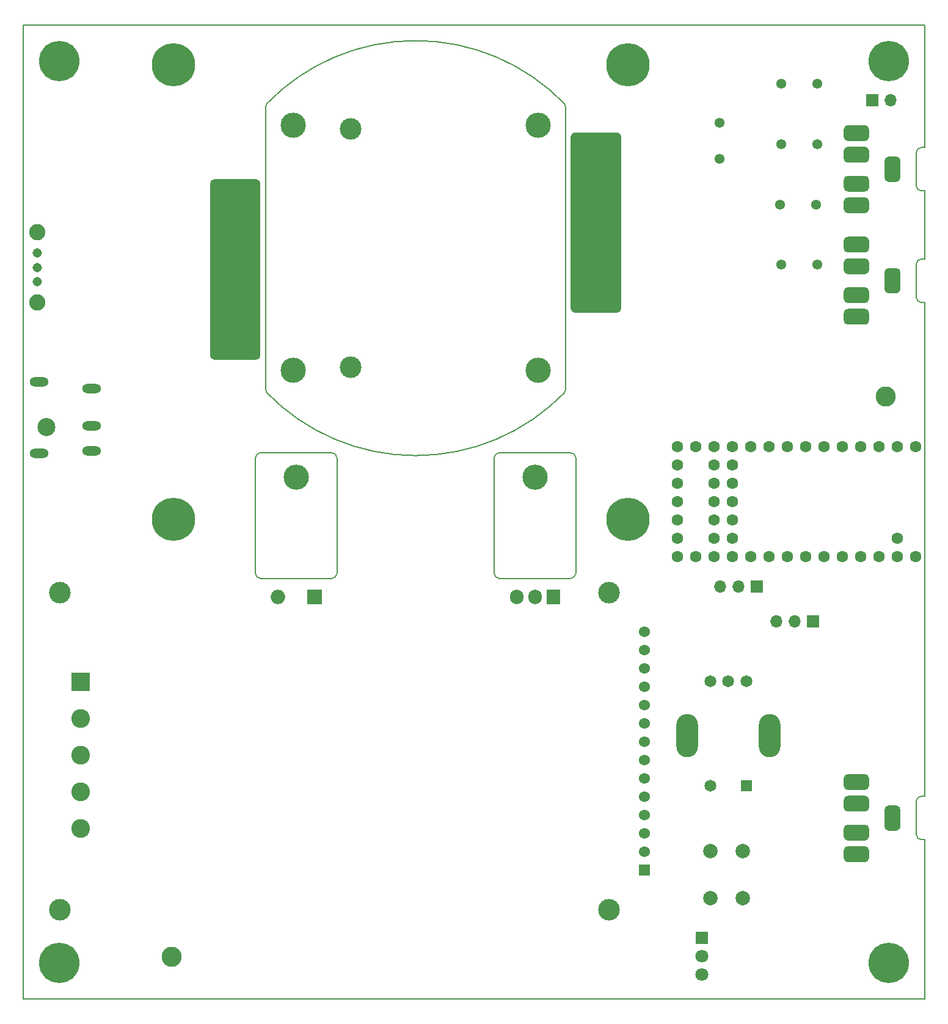
<source format=gbr>
%TF.GenerationSoftware,KiCad,Pcbnew,5.1.9-73d0e3b20d~88~ubuntu20.04.1*%
%TF.CreationDate,2021-04-09T17:18:55-07:00*%
%TF.ProjectId,ultrablinky,756c7472-6162-46c6-996e-6b792e6b6963,A*%
%TF.SameCoordinates,Original*%
%TF.FileFunction,Soldermask,Bot*%
%TF.FilePolarity,Negative*%
%FSLAX46Y46*%
G04 Gerber Fmt 4.6, Leading zero omitted, Abs format (unit mm)*
G04 Created by KiCad (PCBNEW 5.1.9-73d0e3b20d~88~ubuntu20.04.1) date 2021-04-09 17:18:55*
%MOMM*%
%LPD*%
G01*
G04 APERTURE LIST*
%TA.AperFunction,Profile*%
%ADD10C,0.150000*%
%TD*%
%ADD11O,2.616000X1.308000*%
%ADD12C,2.500000*%
%ADD13C,1.800000*%
%ADD14R,1.800000X1.800000*%
%ADD15O,3.000000X6.000000*%
%ADD16C,1.650000*%
%ADD17R,1.650000X1.650000*%
%ADD18C,2.250000*%
%ADD19C,1.308000*%
%ADD20C,6.000000*%
%ADD21C,3.000000*%
%ADD22C,1.524000*%
%ADD23R,1.524000X1.524000*%
%ADD24O,2.000000X2.000000*%
%ADD25R,2.000000X2.000000*%
%ADD26O,3.500000X3.500000*%
%ADD27C,1.381000*%
%ADD28C,2.000000*%
%ADD29C,1.600000*%
%ADD30C,2.800000*%
%ADD31O,1.905000X2.000000*%
%ADD32R,1.905000X2.000000*%
%ADD33C,2.600000*%
%ADD34R,2.600000X2.600000*%
%ADD35O,1.700000X1.700000*%
%ADD36R,1.700000X1.700000*%
%ADD37C,5.600000*%
%ADD38C,3.500000*%
G04 APERTURE END LIST*
D10*
X178700000Y-142000000D02*
X178700000Y-164100000D01*
X178200000Y-142000000D02*
G75*
G02*
X177500000Y-141300000I0J700000D01*
G01*
X177500000Y-136700000D02*
G75*
G02*
X178200000Y-136000000I700000J0D01*
G01*
X177500000Y-136700000D02*
X177500000Y-141300000D01*
X178200000Y-142000000D02*
X178700000Y-142000000D01*
X178200000Y-136000000D02*
X178700000Y-136000000D01*
X178700000Y-67550000D02*
X178700000Y-136000000D01*
X178700000Y-61550000D02*
X178700000Y-52100000D01*
X177500000Y-62250000D02*
G75*
G02*
X178200000Y-61550000I700000J0D01*
G01*
X178200000Y-61550000D02*
X178700000Y-61550000D01*
X178200000Y-67550000D02*
G75*
G02*
X177500000Y-66850000I0J700000D01*
G01*
X178200000Y-67550000D02*
X178700000Y-67550000D01*
X177500000Y-62250000D02*
X177500000Y-66850000D01*
X178200000Y-52100000D02*
X178700000Y-52100000D01*
X178200000Y-46100000D02*
X178700000Y-46100000D01*
X177500000Y-46800000D02*
X177500000Y-51400000D01*
X178200000Y-52100000D02*
G75*
G02*
X177500000Y-51400000I0J700000D01*
G01*
X177500000Y-46800000D02*
G75*
G02*
X178200000Y-46100000I700000J0D01*
G01*
X87505025Y-80109975D02*
G75*
G02*
X87300000Y-79615000I494975J494975D01*
G01*
X128694975Y-39985025D02*
G75*
G02*
X128900000Y-40480000I-494975J-494975D01*
G01*
X87510025Y-39982025D02*
G75*
G03*
X87305000Y-40477000I494975J-494975D01*
G01*
X128694975Y-80104975D02*
G75*
G03*
X128900000Y-79610000I-494975J494975D01*
G01*
X130300000Y-105100000D02*
G75*
G02*
X129600000Y-105800000I-700000J0D01*
G01*
X119700000Y-105800000D02*
G75*
G02*
X119000000Y-105100000I0J700000D01*
G01*
X129600000Y-88400000D02*
G75*
G02*
X130300000Y-89100000I0J-700000D01*
G01*
X119000000Y-89100000D02*
G75*
G02*
X119700000Y-88400000I700000J0D01*
G01*
X85900000Y-89100000D02*
G75*
G02*
X86600000Y-88400000I700000J0D01*
G01*
X96500000Y-88400000D02*
G75*
G02*
X97200000Y-89100000I0J-700000D01*
G01*
X97200000Y-105100000D02*
G75*
G02*
X96500000Y-105800000I-700000J0D01*
G01*
X86600000Y-105800000D02*
G75*
G02*
X85900000Y-105100000I0J700000D01*
G01*
X119000000Y-105100000D02*
X119000000Y-89100000D01*
X129600000Y-105800000D02*
X119700000Y-105800000D01*
X129600000Y-88400000D02*
X119700000Y-88400000D01*
X130300000Y-105100000D02*
X130300000Y-89100000D01*
X96500000Y-105800000D02*
X86600000Y-105800000D01*
X97200000Y-105100000D02*
X97200000Y-89100000D01*
X96500000Y-88400000D02*
X86600000Y-88400000D01*
X85900000Y-105100000D02*
X85900000Y-89100000D01*
X128697474Y-80107415D02*
G75*
G02*
X87505025Y-80109975I-20597474J20107415D01*
G01*
X87300000Y-79615000D02*
X87305000Y-40477000D01*
X128900000Y-79610000D02*
X128900000Y-40480000D01*
X87508953Y-39980983D02*
G75*
G02*
X128694975Y-39985025I20591047J-20019017D01*
G01*
X53700000Y-29100000D02*
X178700000Y-29100000D01*
X53700000Y-164100000D02*
X178700000Y-164100000D01*
X178700000Y-46100000D02*
X178700000Y-29100000D01*
X53700000Y-164100000D02*
X53700000Y-29100000D01*
D11*
%TO.C,J4*%
X63200000Y-79500000D03*
X63200000Y-88100000D03*
X63200000Y-84700000D03*
X55900000Y-88500000D03*
D12*
X56900000Y-84800000D03*
D11*
X55900000Y-78600000D03*
%TD*%
D13*
%TO.C,U9*%
X147775000Y-160730000D03*
X147775000Y-158190000D03*
D14*
X147775000Y-155650000D03*
%TD*%
D15*
%TO.C,SW2*%
X145750000Y-127550000D03*
X157150000Y-127550000D03*
D16*
X148950000Y-120050000D03*
X151450000Y-120050000D03*
X153950000Y-120050000D03*
X148950000Y-134550000D03*
D17*
X153950000Y-134550000D03*
%TD*%
D18*
%TO.C,SW1*%
X55700000Y-67550000D03*
X55700000Y-57850000D03*
D19*
X55700000Y-64700000D03*
X55700000Y-60700000D03*
X55700000Y-62700000D03*
%TD*%
D20*
%TO.C,HS1*%
X137500000Y-34600000D03*
X74500000Y-97600000D03*
X74500000Y-34600000D03*
X137500000Y-97600000D03*
%TD*%
D21*
%TO.C,DISP1*%
X58800000Y-107740000D03*
X58800000Y-151740000D03*
X134880000Y-107740000D03*
X134880000Y-151740000D03*
D22*
X139800000Y-113230000D03*
X139800000Y-115770000D03*
X139800000Y-118310000D03*
X139800000Y-120850000D03*
X139800000Y-123390000D03*
X139800000Y-125930000D03*
X139800000Y-128470000D03*
X139800000Y-131010000D03*
X139800000Y-133550000D03*
X139800000Y-136090000D03*
X139800000Y-138630000D03*
X139800000Y-141170000D03*
X139800000Y-143710000D03*
D23*
X139800000Y-146250000D03*
%TD*%
D24*
%TO.C,R43*%
X89020000Y-108400000D03*
D25*
X94100000Y-108400000D03*
D26*
X91560000Y-91740000D03*
%TD*%
D27*
%TO.C,C5*%
X158650000Y-53987500D03*
X163650000Y-53987500D03*
%TD*%
%TO.C,C6*%
X158750000Y-62350000D03*
X163750000Y-62350000D03*
%TD*%
%TO.C,C4*%
X150275000Y-42700000D03*
X150275000Y-47700000D03*
%TD*%
%TO.C,C2*%
X163750000Y-37262500D03*
X158750000Y-37262500D03*
%TD*%
%TO.C,C3*%
X163750000Y-45625000D03*
X158750000Y-45625000D03*
%TD*%
%TO.C,J3*%
G36*
G01*
X170950000Y-66000000D02*
X170950000Y-67100000D01*
G75*
G02*
X170400000Y-67650000I-550000J0D01*
G01*
X168000000Y-67650000D01*
G75*
G02*
X167450000Y-67100000I0J550000D01*
G01*
X167450000Y-66000000D01*
G75*
G02*
X168000000Y-65450000I550000J0D01*
G01*
X170400000Y-65450000D01*
G75*
G02*
X170950000Y-66000000I0J-550000D01*
G01*
G37*
G36*
G01*
X170950000Y-62000000D02*
X170950000Y-63100000D01*
G75*
G02*
X170400000Y-63650000I-550000J0D01*
G01*
X168000000Y-63650000D01*
G75*
G02*
X167450000Y-63100000I0J550000D01*
G01*
X167450000Y-62000000D01*
G75*
G02*
X168000000Y-61450000I550000J0D01*
G01*
X170400000Y-61450000D01*
G75*
G02*
X170950000Y-62000000I0J-550000D01*
G01*
G37*
G36*
G01*
X170950000Y-69000000D02*
X170950000Y-70100000D01*
G75*
G02*
X170400000Y-70650000I-550000J0D01*
G01*
X168000000Y-70650000D01*
G75*
G02*
X167450000Y-70100000I0J550000D01*
G01*
X167450000Y-69000000D01*
G75*
G02*
X168000000Y-68450000I550000J0D01*
G01*
X170400000Y-68450000D01*
G75*
G02*
X170950000Y-69000000I0J-550000D01*
G01*
G37*
G36*
G01*
X170950000Y-59000000D02*
X170950000Y-60100000D01*
G75*
G02*
X170400000Y-60650000I-550000J0D01*
G01*
X168000000Y-60650000D01*
G75*
G02*
X167450000Y-60100000I0J550000D01*
G01*
X167450000Y-59000000D01*
G75*
G02*
X168000000Y-58450000I550000J0D01*
G01*
X170400000Y-58450000D01*
G75*
G02*
X170950000Y-59000000I0J-550000D01*
G01*
G37*
G36*
G01*
X175300000Y-63350000D02*
X175300000Y-65750000D01*
G75*
G02*
X174750000Y-66300000I-550000J0D01*
G01*
X173650000Y-66300000D01*
G75*
G02*
X173100000Y-65750000I0J550000D01*
G01*
X173100000Y-63350000D01*
G75*
G02*
X173650000Y-62800000I550000J0D01*
G01*
X174750000Y-62800000D01*
G75*
G02*
X175300000Y-63350000I0J-550000D01*
G01*
G37*
%TD*%
%TO.C,J8*%
G36*
G01*
X170950000Y-140475000D02*
X170950000Y-141575000D01*
G75*
G02*
X170400000Y-142125000I-550000J0D01*
G01*
X168000000Y-142125000D01*
G75*
G02*
X167450000Y-141575000I0J550000D01*
G01*
X167450000Y-140475000D01*
G75*
G02*
X168000000Y-139925000I550000J0D01*
G01*
X170400000Y-139925000D01*
G75*
G02*
X170950000Y-140475000I0J-550000D01*
G01*
G37*
G36*
G01*
X170950000Y-136475000D02*
X170950000Y-137575000D01*
G75*
G02*
X170400000Y-138125000I-550000J0D01*
G01*
X168000000Y-138125000D01*
G75*
G02*
X167450000Y-137575000I0J550000D01*
G01*
X167450000Y-136475000D01*
G75*
G02*
X168000000Y-135925000I550000J0D01*
G01*
X170400000Y-135925000D01*
G75*
G02*
X170950000Y-136475000I0J-550000D01*
G01*
G37*
G36*
G01*
X170950000Y-143475000D02*
X170950000Y-144575000D01*
G75*
G02*
X170400000Y-145125000I-550000J0D01*
G01*
X168000000Y-145125000D01*
G75*
G02*
X167450000Y-144575000I0J550000D01*
G01*
X167450000Y-143475000D01*
G75*
G02*
X168000000Y-142925000I550000J0D01*
G01*
X170400000Y-142925000D01*
G75*
G02*
X170950000Y-143475000I0J-550000D01*
G01*
G37*
G36*
G01*
X170950000Y-133475000D02*
X170950000Y-134575000D01*
G75*
G02*
X170400000Y-135125000I-550000J0D01*
G01*
X168000000Y-135125000D01*
G75*
G02*
X167450000Y-134575000I0J550000D01*
G01*
X167450000Y-133475000D01*
G75*
G02*
X168000000Y-132925000I550000J0D01*
G01*
X170400000Y-132925000D01*
G75*
G02*
X170950000Y-133475000I0J-550000D01*
G01*
G37*
G36*
G01*
X175300000Y-137825000D02*
X175300000Y-140225000D01*
G75*
G02*
X174750000Y-140775000I-550000J0D01*
G01*
X173650000Y-140775000D01*
G75*
G02*
X173100000Y-140225000I0J550000D01*
G01*
X173100000Y-137825000D01*
G75*
G02*
X173650000Y-137275000I550000J0D01*
G01*
X174750000Y-137275000D01*
G75*
G02*
X175300000Y-137825000I0J-550000D01*
G01*
G37*
%TD*%
%TO.C,J2*%
G36*
G01*
X170950000Y-50550000D02*
X170950000Y-51650000D01*
G75*
G02*
X170400000Y-52200000I-550000J0D01*
G01*
X168000000Y-52200000D01*
G75*
G02*
X167450000Y-51650000I0J550000D01*
G01*
X167450000Y-50550000D01*
G75*
G02*
X168000000Y-50000000I550000J0D01*
G01*
X170400000Y-50000000D01*
G75*
G02*
X170950000Y-50550000I0J-550000D01*
G01*
G37*
G36*
G01*
X170950000Y-46550000D02*
X170950000Y-47650000D01*
G75*
G02*
X170400000Y-48200000I-550000J0D01*
G01*
X168000000Y-48200000D01*
G75*
G02*
X167450000Y-47650000I0J550000D01*
G01*
X167450000Y-46550000D01*
G75*
G02*
X168000000Y-46000000I550000J0D01*
G01*
X170400000Y-46000000D01*
G75*
G02*
X170950000Y-46550000I0J-550000D01*
G01*
G37*
G36*
G01*
X170950000Y-53550000D02*
X170950000Y-54650000D01*
G75*
G02*
X170400000Y-55200000I-550000J0D01*
G01*
X168000000Y-55200000D01*
G75*
G02*
X167450000Y-54650000I0J550000D01*
G01*
X167450000Y-53550000D01*
G75*
G02*
X168000000Y-53000000I550000J0D01*
G01*
X170400000Y-53000000D01*
G75*
G02*
X170950000Y-53550000I0J-550000D01*
G01*
G37*
G36*
G01*
X170950000Y-43550000D02*
X170950000Y-44650000D01*
G75*
G02*
X170400000Y-45200000I-550000J0D01*
G01*
X168000000Y-45200000D01*
G75*
G02*
X167450000Y-44650000I0J550000D01*
G01*
X167450000Y-43550000D01*
G75*
G02*
X168000000Y-43000000I550000J0D01*
G01*
X170400000Y-43000000D01*
G75*
G02*
X170950000Y-43550000I0J-550000D01*
G01*
G37*
G36*
G01*
X175300000Y-47900000D02*
X175300000Y-50300000D01*
G75*
G02*
X174750000Y-50850000I-550000J0D01*
G01*
X173650000Y-50850000D01*
G75*
G02*
X173100000Y-50300000I0J550000D01*
G01*
X173100000Y-47900000D01*
G75*
G02*
X173650000Y-47350000I550000J0D01*
G01*
X174750000Y-47350000D01*
G75*
G02*
X175300000Y-47900000I0J-550000D01*
G01*
G37*
%TD*%
D28*
%TO.C,SW3*%
X148950000Y-143600000D03*
X153450000Y-143600000D03*
X148950000Y-150100000D03*
X153450000Y-150100000D03*
%TD*%
D29*
%TO.C,U3*%
X152010000Y-90120000D03*
X149470000Y-90120000D03*
X152010000Y-92660000D03*
X149470000Y-92660000D03*
X152010000Y-95200000D03*
X149470000Y-95200000D03*
X152010000Y-97740000D03*
X149470000Y-97740000D03*
X152010000Y-100280000D03*
X149470000Y-100280000D03*
X177410000Y-87580000D03*
X174870000Y-87580000D03*
X172330000Y-87580000D03*
X169790000Y-87580000D03*
X167250000Y-87580000D03*
X164710000Y-87580000D03*
X162170000Y-87580000D03*
X159630000Y-87580000D03*
X157090000Y-87580000D03*
X154550000Y-87580000D03*
X152010000Y-87580000D03*
X149470000Y-87580000D03*
X146930000Y-87580000D03*
X174870000Y-100280000D03*
X177410000Y-102820000D03*
X174870000Y-102820000D03*
X172330000Y-102820000D03*
X169790000Y-102820000D03*
X167250000Y-102820000D03*
X164710000Y-102820000D03*
X162170000Y-102820000D03*
X159630000Y-102820000D03*
X157090000Y-102820000D03*
X154550000Y-102820000D03*
X152010000Y-102820000D03*
X149470000Y-102820000D03*
X146930000Y-102820000D03*
X144390000Y-87580000D03*
X144390000Y-90120000D03*
X144390000Y-92660000D03*
X144390000Y-102820000D03*
X144390000Y-100280000D03*
X144390000Y-97740000D03*
X144390000Y-95200000D03*
%TD*%
D30*
%TO.C,TP2*%
X74275000Y-158250000D03*
%TD*%
%TO.C,TP1*%
X173275000Y-80625000D03*
%TD*%
D31*
%TO.C,Q7*%
X122120000Y-108400000D03*
X124660000Y-108400000D03*
D32*
X127200000Y-108400000D03*
D26*
X124660000Y-91740000D03*
%TD*%
D33*
%TO.C,J7*%
X61700000Y-140420000D03*
X61700000Y-135340000D03*
X61700000Y-130260000D03*
X61700000Y-125180000D03*
D34*
X61700000Y-120100000D03*
%TD*%
D35*
%TO.C,J1*%
X173965000Y-39525000D03*
D36*
X171425000Y-39525000D03*
%TD*%
D35*
%TO.C,J5*%
X150325000Y-106925000D03*
X152865000Y-106925000D03*
D36*
X155405000Y-106925000D03*
%TD*%
D35*
%TO.C,J6*%
X158145000Y-111750000D03*
X160685000Y-111750000D03*
D36*
X163225000Y-111750000D03*
%TD*%
D37*
%TO.C,H4*%
X173700000Y-159100000D03*
%TD*%
%TO.C,H2*%
X173700000Y-34100000D03*
%TD*%
%TO.C,H3*%
X58700000Y-159100000D03*
%TD*%
%TO.C,H1*%
X58700000Y-34100000D03*
%TD*%
D21*
%TO.C,D5*%
X99100000Y-76500000D03*
X99100000Y-43500000D03*
D38*
X91100000Y-77000000D03*
X91100000Y-43000000D03*
X125100000Y-77000000D03*
X125100000Y-43000000D03*
G36*
G01*
X86600000Y-51081000D02*
X86600000Y-74919000D01*
G75*
G02*
X86019000Y-75500000I-581000J0D01*
G01*
X80181000Y-75500000D01*
G75*
G02*
X79600000Y-74919000I0J581000D01*
G01*
X79600000Y-51081000D01*
G75*
G02*
X80181000Y-50500000I581000J0D01*
G01*
X86019000Y-50500000D01*
G75*
G02*
X86600000Y-51081000I0J-581000D01*
G01*
G37*
G36*
G01*
X136600000Y-44581000D02*
X136600000Y-68419000D01*
G75*
G02*
X136019000Y-69000000I-581000J0D01*
G01*
X130181000Y-69000000D01*
G75*
G02*
X129600000Y-68419000I0J581000D01*
G01*
X129600000Y-44581000D01*
G75*
G02*
X130181000Y-44000000I581000J0D01*
G01*
X136019000Y-44000000D01*
G75*
G02*
X136600000Y-44581000I0J-581000D01*
G01*
G37*
%TD*%
M02*

</source>
